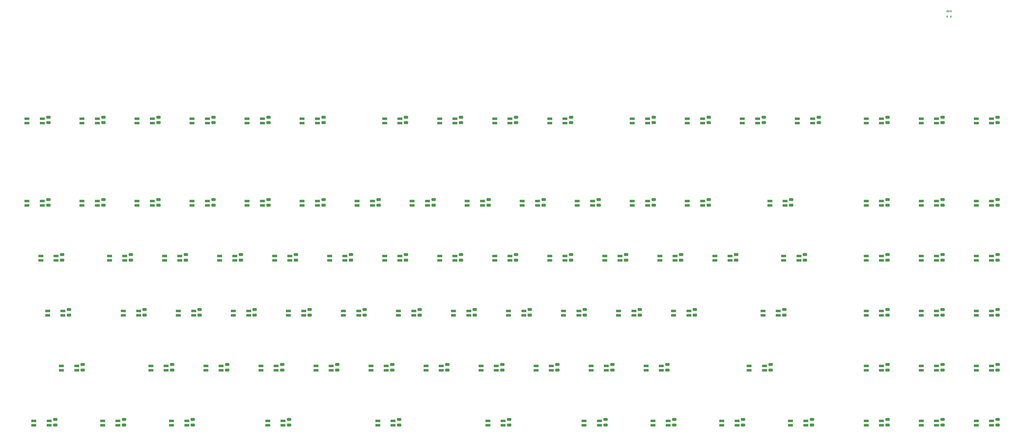
<source format=gbp>
G04 #@! TF.GenerationSoftware,KiCad,Pcbnew,(6.0.0)*
G04 #@! TF.CreationDate,2022-04-02T17:53:52-07:00*
G04 #@! TF.ProjectId,keyboard_exposed_diodes_standard_tkl,6b657962-6f61-4726-945f-6578706f7365,rev?*
G04 #@! TF.SameCoordinates,Original*
G04 #@! TF.FileFunction,Paste,Bot*
G04 #@! TF.FilePolarity,Positive*
%FSLAX46Y46*%
G04 Gerber Fmt 4.6, Leading zero omitted, Abs format (unit mm)*
G04 Created by KiCad (PCBNEW (6.0.0)) date 2022-04-02 17:53:52*
%MOMM*%
%LPD*%
G01*
G04 APERTURE LIST*
G04 Aperture macros list*
%AMRoundRect*
0 Rectangle with rounded corners*
0 $1 Rounding radius*
0 $2 $3 $4 $5 $6 $7 $8 $9 X,Y pos of 4 corners*
0 Add a 4 corners polygon primitive as box body*
4,1,4,$2,$3,$4,$5,$6,$7,$8,$9,$2,$3,0*
0 Add four circle primitives for the rounded corners*
1,1,$1+$1,$2,$3*
1,1,$1+$1,$4,$5*
1,1,$1+$1,$6,$7*
1,1,$1+$1,$8,$9*
0 Add four rect primitives between the rounded corners*
20,1,$1+$1,$2,$3,$4,$5,0*
20,1,$1+$1,$4,$5,$6,$7,0*
20,1,$1+$1,$6,$7,$8,$9,0*
20,1,$1+$1,$8,$9,$2,$3,0*%
G04 Aperture macros list end*
%ADD10R,1.800000X0.900000*%
%ADD11RoundRect,0.250000X0.475000X-0.250000X0.475000X0.250000X-0.475000X0.250000X-0.475000X-0.250000X0*%
%ADD12R,0.400000X0.650000*%
G04 APERTURE END LIST*
D10*
X384138750Y-293475000D03*
X384138750Y-291975000D03*
X378838750Y-293475000D03*
X378838750Y-291975000D03*
X374076250Y-311025000D03*
X374076250Y-312525000D03*
X379376250Y-311025000D03*
X379376250Y-312525000D03*
X143095000Y-253875000D03*
X143095000Y-255375000D03*
X148395000Y-253875000D03*
X148395000Y-255375000D03*
X162145000Y-253875000D03*
X162145000Y-255375000D03*
X167445000Y-253875000D03*
X167445000Y-255375000D03*
X181195000Y-253875000D03*
X181195000Y-255375000D03*
X186495000Y-253875000D03*
X186495000Y-255375000D03*
X200245000Y-253875000D03*
X200245000Y-255375000D03*
X205545000Y-253875000D03*
X205545000Y-255375000D03*
X219295000Y-253875000D03*
X219295000Y-255375000D03*
X224595000Y-253875000D03*
X224595000Y-255375000D03*
X238345000Y-253875000D03*
X238345000Y-255375000D03*
X243645000Y-253875000D03*
X243645000Y-255375000D03*
X257395000Y-253875000D03*
X257395000Y-255375000D03*
X262695000Y-253875000D03*
X262695000Y-255375000D03*
X276445000Y-253875000D03*
X276445000Y-255375000D03*
X281745000Y-253875000D03*
X281745000Y-255375000D03*
X295495000Y-253875000D03*
X295495000Y-255375000D03*
X300795000Y-253875000D03*
X300795000Y-255375000D03*
X157382500Y-291975000D03*
X157382500Y-293475000D03*
X162682500Y-291975000D03*
X162682500Y-293475000D03*
X243107500Y-311025000D03*
X243107500Y-312525000D03*
X248407500Y-311025000D03*
X248407500Y-312525000D03*
X381220000Y-253875000D03*
X381220000Y-255375000D03*
X386520000Y-253875000D03*
X386520000Y-255375000D03*
X385982500Y-272925000D03*
X385982500Y-274425000D03*
X391282500Y-272925000D03*
X391282500Y-274425000D03*
X205007500Y-311025000D03*
X205007500Y-312525000D03*
X210307500Y-311025000D03*
X210307500Y-312525000D03*
X195482500Y-291975000D03*
X195482500Y-293475000D03*
X200782500Y-291975000D03*
X200782500Y-293475000D03*
X333595000Y-253875000D03*
X333595000Y-255375000D03*
X338895000Y-253875000D03*
X338895000Y-255375000D03*
X414557500Y-272925000D03*
X414557500Y-274425000D03*
X419857500Y-272925000D03*
X419857500Y-274425000D03*
X433607500Y-330075000D03*
X433607500Y-331575000D03*
X438907500Y-330075000D03*
X438907500Y-331575000D03*
X190720000Y-272925000D03*
X190720000Y-274425000D03*
X196020000Y-272925000D03*
X196020000Y-274425000D03*
X433607500Y-272925000D03*
X433607500Y-274425000D03*
X438907500Y-272925000D03*
X438907500Y-274425000D03*
X352645000Y-253875000D03*
X352645000Y-255375000D03*
X357945000Y-253875000D03*
X357945000Y-255375000D03*
X143095000Y-225300000D03*
X143095000Y-226800000D03*
X148395000Y-225300000D03*
X148395000Y-226800000D03*
X207388750Y-330075000D03*
X207388750Y-331575000D03*
X212688750Y-330075000D03*
X212688750Y-331575000D03*
X283588750Y-330075000D03*
X283588750Y-331575000D03*
X288888750Y-330075000D03*
X288888750Y-331575000D03*
X414557500Y-291975000D03*
X414557500Y-293475000D03*
X419857500Y-291975000D03*
X419857500Y-293475000D03*
X414557500Y-311025000D03*
X414557500Y-312525000D03*
X419857500Y-311025000D03*
X419857500Y-312525000D03*
X433607500Y-291975000D03*
X433607500Y-293475000D03*
X438907500Y-291975000D03*
X438907500Y-293475000D03*
X452657500Y-291975000D03*
X452657500Y-293475000D03*
X457957500Y-291975000D03*
X457957500Y-293475000D03*
X452657500Y-311025000D03*
X452657500Y-312525000D03*
X457957500Y-311025000D03*
X457957500Y-312525000D03*
X162145000Y-225300000D03*
X162145000Y-226800000D03*
X167445000Y-225300000D03*
X167445000Y-226800000D03*
X181195000Y-225300000D03*
X181195000Y-226800000D03*
X186495000Y-225300000D03*
X186495000Y-226800000D03*
X200245000Y-225300000D03*
X200245000Y-226800000D03*
X205545000Y-225300000D03*
X205545000Y-226800000D03*
X247870000Y-225300000D03*
X247870000Y-226800000D03*
X253170000Y-225300000D03*
X253170000Y-226800000D03*
X285970000Y-225300000D03*
X285970000Y-226800000D03*
X291270000Y-225300000D03*
X291270000Y-226800000D03*
X305020000Y-225300000D03*
X305020000Y-226800000D03*
X310320000Y-225300000D03*
X310320000Y-226800000D03*
X371695000Y-225300000D03*
X371695000Y-226800000D03*
X376995000Y-225300000D03*
X376995000Y-226800000D03*
X214532500Y-291975000D03*
X214532500Y-293475000D03*
X219832500Y-291975000D03*
X219832500Y-293475000D03*
X338357500Y-311025000D03*
X338357500Y-312525000D03*
X343657500Y-311025000D03*
X343657500Y-312525000D03*
X233582500Y-291975000D03*
X233582500Y-293475000D03*
X238882500Y-291975000D03*
X238882500Y-293475000D03*
X252632500Y-291975000D03*
X252632500Y-293475000D03*
X257932500Y-291975000D03*
X257932500Y-293475000D03*
X433607500Y-253875000D03*
X433607500Y-255375000D03*
X438907500Y-253875000D03*
X438907500Y-255375000D03*
X285970000Y-272925000D03*
X285970000Y-274425000D03*
X291270000Y-272925000D03*
X291270000Y-274425000D03*
X414557500Y-253875000D03*
X414557500Y-255375000D03*
X419857500Y-253875000D03*
X419857500Y-255375000D03*
X290732500Y-291975000D03*
X290732500Y-293475000D03*
X296032500Y-291975000D03*
X296032500Y-293475000D03*
X309782500Y-291975000D03*
X309782500Y-293475000D03*
X315082500Y-291975000D03*
X315082500Y-293475000D03*
X174051250Y-330075000D03*
X174051250Y-331575000D03*
X179351250Y-330075000D03*
X179351250Y-331575000D03*
X414557500Y-330075000D03*
X414557500Y-331575000D03*
X419857500Y-330075000D03*
X419857500Y-331575000D03*
X150238750Y-330075000D03*
X150238750Y-331575000D03*
X155538750Y-330075000D03*
X155538750Y-331575000D03*
X281207500Y-311025000D03*
X281207500Y-312525000D03*
X286507500Y-311025000D03*
X286507500Y-312525000D03*
X364551250Y-330075000D03*
X364551250Y-331575000D03*
X369851250Y-330075000D03*
X369851250Y-331575000D03*
X262157500Y-311025000D03*
X262157500Y-312525000D03*
X267457500Y-311025000D03*
X267457500Y-312525000D03*
X305020000Y-272925000D03*
X305020000Y-274425000D03*
X310320000Y-272925000D03*
X310320000Y-274425000D03*
X452657500Y-225300000D03*
X452657500Y-226800000D03*
X457957500Y-225300000D03*
X457957500Y-226800000D03*
X452657500Y-272925000D03*
X452657500Y-274425000D03*
X457957500Y-272925000D03*
X457957500Y-274425000D03*
X452657500Y-253875000D03*
X452657500Y-255375000D03*
X457957500Y-253875000D03*
X457957500Y-255375000D03*
X414557500Y-225300000D03*
X414557500Y-226800000D03*
X419857500Y-225300000D03*
X419857500Y-226800000D03*
X152620000Y-272925000D03*
X152620000Y-274425000D03*
X157920000Y-272925000D03*
X157920000Y-274425000D03*
X347882500Y-291975000D03*
X347882500Y-293475000D03*
X353182500Y-291975000D03*
X353182500Y-293475000D03*
X209770000Y-272925000D03*
X209770000Y-274425000D03*
X215070000Y-272925000D03*
X215070000Y-274425000D03*
X362170000Y-272925000D03*
X362170000Y-274425000D03*
X367470000Y-272925000D03*
X367470000Y-274425000D03*
X452657500Y-330075000D03*
X452657500Y-331575000D03*
X457957500Y-330075000D03*
X457957500Y-331575000D03*
X176432500Y-291975000D03*
X176432500Y-293475000D03*
X181732500Y-291975000D03*
X181732500Y-293475000D03*
X433607500Y-225300000D03*
X433607500Y-226800000D03*
X438907500Y-225300000D03*
X438907500Y-226800000D03*
X245488750Y-330075000D03*
X245488750Y-331575000D03*
X250788750Y-330075000D03*
X250788750Y-331575000D03*
X228820000Y-272925000D03*
X228820000Y-274425000D03*
X234120000Y-272925000D03*
X234120000Y-274425000D03*
X266920000Y-272925000D03*
X266920000Y-274425000D03*
X272220000Y-272925000D03*
X272220000Y-274425000D03*
X433607500Y-311025000D03*
X433607500Y-312525000D03*
X438907500Y-311025000D03*
X438907500Y-312525000D03*
X171670000Y-272925000D03*
X171670000Y-274425000D03*
X176970000Y-272925000D03*
X176970000Y-274425000D03*
X185957500Y-311025000D03*
X185957500Y-312525000D03*
X191257500Y-311025000D03*
X191257500Y-312525000D03*
X247870000Y-272925000D03*
X247870000Y-274425000D03*
X253170000Y-272925000D03*
X253170000Y-274425000D03*
X271682500Y-291975000D03*
X271682500Y-293475000D03*
X276982500Y-291975000D03*
X276982500Y-293475000D03*
X343120000Y-272925000D03*
X343120000Y-274425000D03*
X348420000Y-272925000D03*
X348420000Y-274425000D03*
X352645000Y-225300000D03*
X352645000Y-226800000D03*
X357945000Y-225300000D03*
X357945000Y-226800000D03*
X219295000Y-225300000D03*
X219295000Y-226800000D03*
X224595000Y-225300000D03*
X224595000Y-226800000D03*
X266920000Y-225300000D03*
X266920000Y-226800000D03*
X272220000Y-225300000D03*
X272220000Y-226800000D03*
X316926250Y-330075000D03*
X316926250Y-331575000D03*
X322226250Y-330075000D03*
X322226250Y-331575000D03*
X300257500Y-311025000D03*
X300257500Y-312525000D03*
X305557500Y-311025000D03*
X305557500Y-312525000D03*
X128807500Y-272925000D03*
X128807500Y-274425000D03*
X134107500Y-272925000D03*
X134107500Y-274425000D03*
X135951250Y-311025000D03*
X135951250Y-312525000D03*
X141251250Y-311025000D03*
X141251250Y-312525000D03*
X126426250Y-330075000D03*
X126426250Y-331575000D03*
X131726250Y-330075000D03*
X131726250Y-331575000D03*
X124045000Y-225300000D03*
X124045000Y-226800000D03*
X129345000Y-225300000D03*
X129345000Y-226800000D03*
X131188750Y-291975000D03*
X131188750Y-293475000D03*
X136488750Y-291975000D03*
X136488750Y-293475000D03*
X124045000Y-253875000D03*
X124045000Y-255375000D03*
X129345000Y-253875000D03*
X129345000Y-255375000D03*
X224057500Y-311025000D03*
X224057500Y-312525000D03*
X229357500Y-311025000D03*
X229357500Y-312525000D03*
X328832500Y-291975000D03*
X328832500Y-293475000D03*
X334132500Y-291975000D03*
X334132500Y-293475000D03*
X340738750Y-330075000D03*
X340738750Y-331575000D03*
X346038750Y-330075000D03*
X346038750Y-331575000D03*
X324070000Y-272925000D03*
X324070000Y-274425000D03*
X329370000Y-272925000D03*
X329370000Y-274425000D03*
X333595000Y-225300000D03*
X333595000Y-226800000D03*
X338895000Y-225300000D03*
X338895000Y-226800000D03*
X388363750Y-330075000D03*
X388363750Y-331575000D03*
X393663750Y-330075000D03*
X393663750Y-331575000D03*
X319307500Y-311025000D03*
X319307500Y-312525000D03*
X324607500Y-311025000D03*
X324607500Y-312525000D03*
X314545000Y-253875000D03*
X314545000Y-255375000D03*
X319845000Y-253875000D03*
X319845000Y-255375000D03*
X390745000Y-225300000D03*
X390745000Y-226800000D03*
X396045000Y-225300000D03*
X396045000Y-226800000D03*
X166907500Y-311025000D03*
X166907500Y-312525000D03*
X172207500Y-311025000D03*
X172207500Y-312525000D03*
D11*
X143351250Y-312425000D03*
X143351250Y-310525000D03*
X441007500Y-331475000D03*
X441007500Y-329575000D03*
X255270000Y-226700000D03*
X255270000Y-224800000D03*
X169545000Y-226700000D03*
X169545000Y-224800000D03*
X183832500Y-293375000D03*
X183832500Y-291475000D03*
X212407500Y-312425000D03*
X212407500Y-310525000D03*
X336232500Y-293375000D03*
X336232500Y-291475000D03*
X179070000Y-274325000D03*
X179070000Y-272425000D03*
X302895000Y-255275000D03*
X302895000Y-253375000D03*
X421957500Y-226700000D03*
X421957500Y-224800000D03*
X369570000Y-274325000D03*
X369570000Y-272425000D03*
X202882500Y-293375000D03*
X202882500Y-291475000D03*
X260032500Y-293375000D03*
X260032500Y-291475000D03*
X340995000Y-255275000D03*
X340995000Y-253375000D03*
X217170000Y-274325000D03*
X217170000Y-272425000D03*
X231457500Y-312425000D03*
X231457500Y-310525000D03*
X214788750Y-331475000D03*
X214788750Y-329575000D03*
X441007500Y-226700000D03*
X441007500Y-224800000D03*
X293370000Y-274325000D03*
X293370000Y-272425000D03*
X283845000Y-255275000D03*
X283845000Y-253375000D03*
X274320000Y-226700000D03*
X274320000Y-224800000D03*
X150495000Y-226700000D03*
X150495000Y-224800000D03*
X198120000Y-274325000D03*
X198120000Y-272425000D03*
X441007500Y-312425000D03*
X441007500Y-310525000D03*
X331470000Y-274325000D03*
X331470000Y-272425000D03*
X279082500Y-293375000D03*
X279082500Y-291475000D03*
X421957500Y-255275000D03*
X421957500Y-253375000D03*
X298132500Y-293375000D03*
X298132500Y-291475000D03*
X133826250Y-331475000D03*
X133826250Y-329575000D03*
X421957500Y-274325000D03*
X421957500Y-272425000D03*
X371951250Y-331475000D03*
X371951250Y-329575000D03*
X160020000Y-274325000D03*
X160020000Y-272425000D03*
X317182500Y-293375000D03*
X317182500Y-291475000D03*
X236220000Y-274325000D03*
X236220000Y-272425000D03*
X460057500Y-255275000D03*
X460057500Y-253375000D03*
X226695000Y-226700000D03*
X226695000Y-224800000D03*
X240982500Y-293375000D03*
X240982500Y-291475000D03*
X274320000Y-274325000D03*
X274320000Y-272425000D03*
X188595000Y-255275000D03*
X188595000Y-253375000D03*
X350520000Y-274325000D03*
X350520000Y-272425000D03*
X441007500Y-255275000D03*
X441007500Y-253375000D03*
X138588750Y-293375000D03*
X138588750Y-291475000D03*
X131445000Y-255275000D03*
X131445000Y-253375000D03*
X355282500Y-293375000D03*
X355282500Y-291475000D03*
X174307500Y-312425000D03*
X174307500Y-310525000D03*
X348138750Y-331475000D03*
X348138750Y-329575000D03*
X164782500Y-293375000D03*
X164782500Y-291475000D03*
X395763750Y-331475000D03*
X395763750Y-329575000D03*
X290988750Y-331475000D03*
X290988750Y-329575000D03*
X255270000Y-274325000D03*
X255270000Y-272425000D03*
X312420000Y-274325000D03*
X312420000Y-272425000D03*
X460057500Y-293375000D03*
X460057500Y-291475000D03*
X250507500Y-312425000D03*
X250507500Y-310525000D03*
X321945000Y-255275000D03*
X321945000Y-253375000D03*
X379095000Y-226700000D03*
X379095000Y-224800000D03*
X288607500Y-312425000D03*
X288607500Y-310525000D03*
X360045000Y-255275000D03*
X360045000Y-253375000D03*
X421957500Y-293375000D03*
X421957500Y-291475000D03*
X131445000Y-226700000D03*
X131445000Y-224800000D03*
X226695000Y-255275000D03*
X226695000Y-253375000D03*
X157638750Y-331475000D03*
X157638750Y-329575000D03*
X312420000Y-226700000D03*
X312420000Y-224800000D03*
X460057500Y-312425000D03*
X460057500Y-310525000D03*
X324326250Y-331475000D03*
X324326250Y-329575000D03*
X388620000Y-255275000D03*
X388620000Y-253375000D03*
X207645000Y-255275000D03*
X207645000Y-253375000D03*
X393382500Y-274325000D03*
X393382500Y-272425000D03*
X207645000Y-226700000D03*
X207645000Y-224800000D03*
X252888750Y-331475000D03*
X252888750Y-329575000D03*
X221932500Y-293375000D03*
X221932500Y-291475000D03*
X340995000Y-226700000D03*
X340995000Y-224800000D03*
X421957500Y-331475000D03*
X421957500Y-329575000D03*
X421957500Y-312425000D03*
X421957500Y-310525000D03*
X441007500Y-293375000D03*
X441007500Y-291475000D03*
X264795000Y-255275000D03*
X264795000Y-253375000D03*
X169545000Y-255275000D03*
X169545000Y-253375000D03*
X441007500Y-274325000D03*
X441007500Y-272425000D03*
X193357500Y-312425000D03*
X193357500Y-310525000D03*
X460057500Y-331475000D03*
X460057500Y-329575000D03*
X136207500Y-274325000D03*
X136207500Y-272425000D03*
X181451250Y-331475000D03*
X181451250Y-329575000D03*
X386238750Y-293375000D03*
X386238750Y-291475000D03*
X460057500Y-274325000D03*
X460057500Y-272425000D03*
X360045000Y-226700000D03*
X360045000Y-224800000D03*
X293370000Y-226700000D03*
X293370000Y-224800000D03*
X188595000Y-226700000D03*
X188595000Y-224800000D03*
X245745000Y-255275000D03*
X245745000Y-253375000D03*
X326707500Y-312425000D03*
X326707500Y-310525000D03*
X345757500Y-312425000D03*
X345757500Y-310525000D03*
X307657500Y-312425000D03*
X307657500Y-310525000D03*
X381476250Y-312425000D03*
X381476250Y-310525000D03*
X269557500Y-312425000D03*
X269557500Y-310525000D03*
X460057500Y-226700000D03*
X460057500Y-224800000D03*
X150495000Y-255275000D03*
X150495000Y-253375000D03*
X398145000Y-226700000D03*
X398145000Y-224800000D03*
D12*
X442600000Y-188050000D03*
X443250000Y-188050000D03*
X443900000Y-188050000D03*
X443900000Y-189950000D03*
X442600000Y-189950000D03*
M02*

</source>
